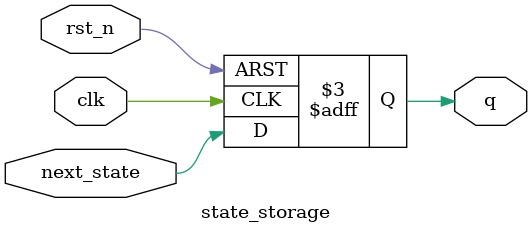
<source format=sv>
module t_ff_async_reset (
    input  wire clk,    // 时钟信号
    input  wire rst_n,  // 异步低电平复位
    input  wire t,      // T输入
    output wire q       // 输出信号
);
    // 内部信号
    wire next_state;
    
    // 实例化状态计算子模块
    next_state_logic next_state_calc (
        .current_q(q),
        .t_input(t),
        .next_q(next_state)
    );
    
    // 实例化状态存储子模块
    state_storage state_reg (
        .clk(clk),
        .rst_n(rst_n),
        .next_state(next_state),
        .q(q)
    );
    
endmodule

// 状态计算子模块 - 纯组合逻辑
module next_state_logic (
    input  wire current_q,  // 当前状态
    input  wire t_input,    // T输入
    output wire next_q      // 下一状态
);
    // T=1时翻转，T=0时保持
    assign next_q = t_input ? ~current_q : current_q;
    
endmodule

// 状态存储子模块 - 时序逻辑
module state_storage (
    input  wire clk,        // 时钟信号
    input  wire rst_n,      // 异步低电平复位
    input  wire next_state, // 下一状态输入
    output reg  q           // 状态输出
);
    // 带异步复位的触发器
    always @(posedge clk or negedge rst_n) begin
        if (!rst_n)
            q <= 1'b0;
        else
            q <= next_state;
    end
    
endmodule
</source>
